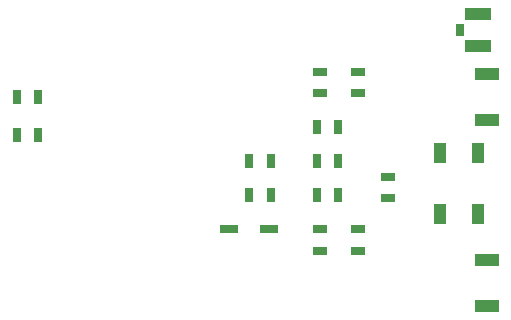
<source format=gbr>
G04 EAGLE Gerber RS-274X export*
G75*
%MOMM*%
%FSLAX34Y34*%
%LPD*%
%INSolderpaste Top*%
%IPPOS*%
%AMOC8*
5,1,8,0,0,1.08239X$1,22.5*%
G01*
%ADD10R,1.600000X0.800000*%
%ADD11R,0.800000X1.200000*%
%ADD12R,1.200000X0.800000*%
%ADD13R,2.200000X1.050000*%
%ADD14R,0.800000X1.000000*%
%ADD15R,1.000000X1.651000*%
%ADD16R,2.000000X1.100000*%


D10*
X271925Y79375D03*
X305925Y79375D03*
D11*
X110600Y158750D03*
X92600Y158750D03*
X110600Y190500D03*
X92600Y190500D03*
D12*
X381000Y78850D03*
X381000Y60850D03*
X349250Y60850D03*
X349250Y78850D03*
X381000Y194200D03*
X381000Y212200D03*
D11*
X364600Y136525D03*
X346600Y136525D03*
X346600Y165100D03*
X364600Y165100D03*
D13*
X482600Y233900D03*
X482600Y261400D03*
D14*
X467350Y247650D03*
D11*
X289450Y136525D03*
X307450Y136525D03*
X307450Y107950D03*
X289450Y107950D03*
X364600Y107950D03*
X346600Y107950D03*
D12*
X349250Y194200D03*
X349250Y212200D03*
D15*
X450725Y91705D03*
X450725Y143245D03*
X482725Y143245D03*
X482725Y91705D03*
D16*
X491025Y14000D03*
X491025Y53000D03*
X491025Y171550D03*
X491025Y210550D03*
D12*
X406400Y123300D03*
X406400Y105300D03*
M02*

</source>
